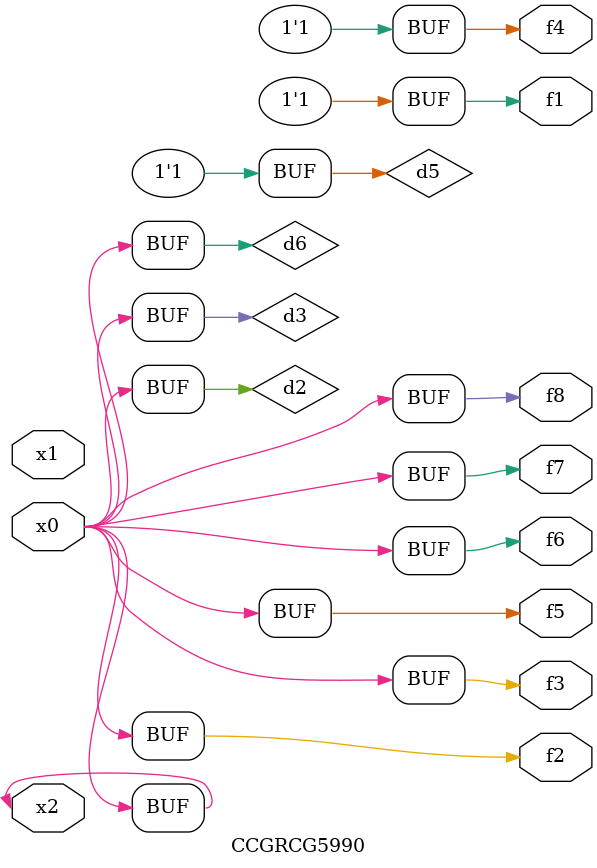
<source format=v>
module CCGRCG5990(
	input x0, x1, x2,
	output f1, f2, f3, f4, f5, f6, f7, f8
);

	wire d1, d2, d3, d4, d5, d6;

	xnor (d1, x2);
	buf (d2, x0, x2);
	and (d3, x0);
	xnor (d4, x1, x2);
	nand (d5, d1, d3);
	buf (d6, d2, d3);
	assign f1 = d5;
	assign f2 = d6;
	assign f3 = d6;
	assign f4 = d5;
	assign f5 = d6;
	assign f6 = d6;
	assign f7 = d6;
	assign f8 = d6;
endmodule

</source>
